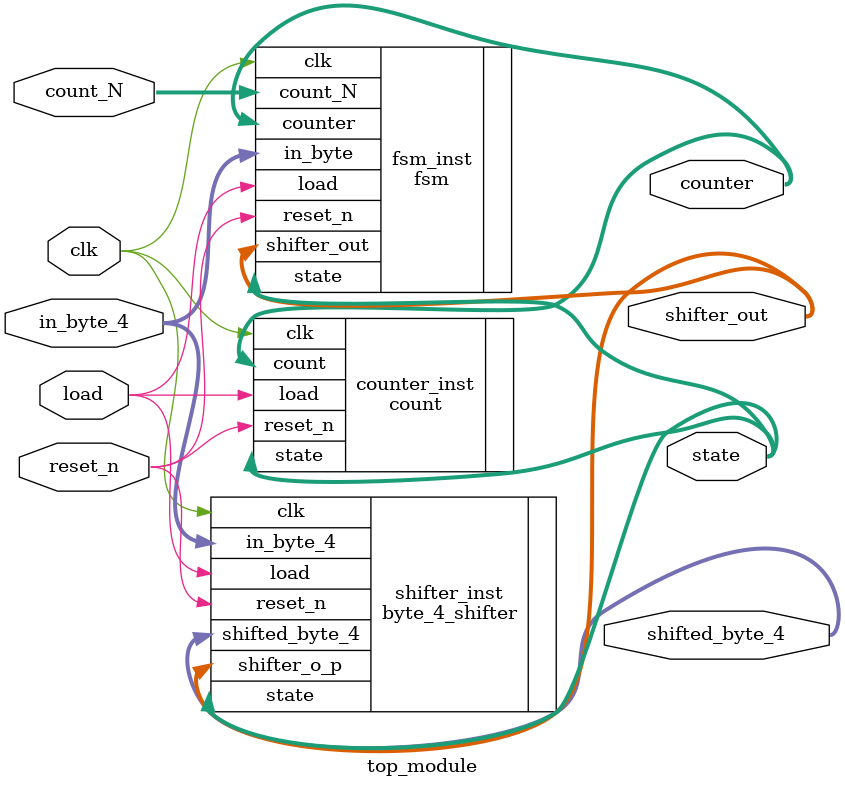
<source format=sv>
module top_module (clk, reset_n, load, in_byte_4, count_N,shifter_out,state,counter,shifted_byte_4);

    // Inputs
    input clk;                               // Clock signal
    input reset_n;                           // Active-low reset signal
    input load;                              // Load signal for initializing operations
    input [31:0] in_byte_4;                  // 32-bit input byte for the shifter
    input [3:0] count_N;                     // Number of counts for the counter

    // Outputs

    output [7:0] shifter_out;                  // 8-bit output from the byte_4_shifter
    output [2:0] state;                        // 3-bit state signal from the FSM
    output [3:0] counter;                      // 4-bit counter value
    output [31:0]shifted_byte_4;

    // Instantiate FSM module
    fsm fsm_inst (
        .clk(clk), 
        .reset_n(reset_n), 
        .load(load), 
        .shifter_out(shifter_out), 
        .counter(counter), 
        .count_N(count_N), 
        .in_byte(in_byte_4), 
        .state(state));

    // Instantiate Counter module
    count counter_inst (
        .clk(clk), 
        .reset_n(reset_n), 
        .load(load), 
        .state(state), 
        .count(counter)
    );

    // Instantiate Byte Shifter module
    byte_4_shifter shifter_inst (
        .clk(clk), 
        .reset_n(reset_n), 
        .load(load), 
        .state(state), 
        .in_byte_4(in_byte_4), 
        .shifter_o_p(shifter_out),
        .shifted_byte_4(shifted_byte_4)
    );

endmodule : top_module

</source>
